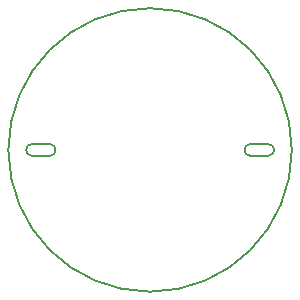
<source format=gbr>
%TF.GenerationSoftware,KiCad,Pcbnew,9.0.1*%
%TF.CreationDate,2025-10-15T21:57:33+02:00*%
%TF.ProjectId,Air_pump_controler,4169725f-7075-46d7-905f-636f6e74726f,0.1*%
%TF.SameCoordinates,Original*%
%TF.FileFunction,Profile,NP*%
%FSLAX46Y46*%
G04 Gerber Fmt 4.6, Leading zero omitted, Abs format (unit mm)*
G04 Created by KiCad (PCBNEW 9.0.1) date 2025-10-15 21:57:33*
%MOMM*%
%LPD*%
G01*
G04 APERTURE LIST*
%TA.AperFunction,Profile*%
%ADD10C,0.200000*%
%TD*%
G04 APERTURE END LIST*
D10*
X147400000Y-88800000D02*
X148900000Y-88800000D01*
X165900000Y-89800000D02*
G75*
G02*
X165900000Y-88800000I0J500000D01*
G01*
X165900000Y-88800000D02*
X167400000Y-88800000D01*
X167400000Y-89800000D02*
X165900000Y-89800000D01*
X167400000Y-88800000D02*
G75*
G02*
X167400000Y-89800000I0J-500000D01*
G01*
X148900000Y-89800000D02*
X147400000Y-89800000D01*
X148900000Y-88800000D02*
G75*
G02*
X148900000Y-89800000I0J-500000D01*
G01*
X147400000Y-89800000D02*
G75*
G02*
X147400000Y-88800000I0J500000D01*
G01*
X169400000Y-89300000D02*
G75*
G02*
X145400000Y-89300000I-12000000J0D01*
G01*
X145400000Y-89300000D02*
G75*
G02*
X169400000Y-89300000I12000000J0D01*
G01*
M02*

</source>
